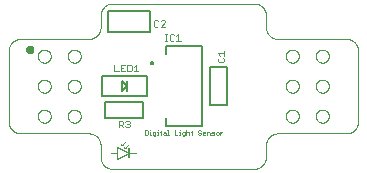
<source format=gto>
G75*
%MOIN*%
%OFA0B0*%
%FSLAX25Y25*%
%IPPOS*%
%LPD*%
%AMOC8*
5,1,8,0,0,1.08239X$1,22.5*
%
%ADD10C,0.00000*%
%ADD11C,0.01600*%
%ADD12C,0.00200*%
%ADD13C,0.00394*%
%ADD14C,0.00591*%
%ADD15C,0.00236*%
%ADD16C,0.00800*%
%ADD17C,0.00787*%
%ADD18C,0.00500*%
D10*
X0045791Y0032012D02*
X0045915Y0032010D01*
X0046038Y0032004D01*
X0046162Y0031995D01*
X0046284Y0031981D01*
X0046407Y0031964D01*
X0046529Y0031942D01*
X0046650Y0031917D01*
X0046770Y0031888D01*
X0046889Y0031856D01*
X0047008Y0031819D01*
X0047125Y0031779D01*
X0047240Y0031736D01*
X0047355Y0031688D01*
X0047467Y0031637D01*
X0047578Y0031583D01*
X0047688Y0031525D01*
X0047795Y0031464D01*
X0047901Y0031399D01*
X0048004Y0031331D01*
X0048105Y0031260D01*
X0048204Y0031186D01*
X0048301Y0031109D01*
X0048395Y0031028D01*
X0048486Y0030945D01*
X0048575Y0030859D01*
X0048661Y0030770D01*
X0048744Y0030679D01*
X0048825Y0030585D01*
X0048902Y0030488D01*
X0048976Y0030389D01*
X0049047Y0030288D01*
X0049115Y0030185D01*
X0049180Y0030079D01*
X0049241Y0029972D01*
X0049299Y0029862D01*
X0049353Y0029751D01*
X0049404Y0029639D01*
X0049452Y0029524D01*
X0049495Y0029409D01*
X0049535Y0029292D01*
X0049572Y0029173D01*
X0049604Y0029054D01*
X0049633Y0028934D01*
X0049658Y0028813D01*
X0049680Y0028691D01*
X0049697Y0028568D01*
X0049711Y0028446D01*
X0049720Y0028322D01*
X0049726Y0028199D01*
X0049728Y0028075D01*
X0049728Y0024138D01*
X0049730Y0024014D01*
X0049736Y0023891D01*
X0049745Y0023767D01*
X0049759Y0023645D01*
X0049776Y0023522D01*
X0049798Y0023400D01*
X0049823Y0023279D01*
X0049852Y0023159D01*
X0049884Y0023040D01*
X0049921Y0022921D01*
X0049961Y0022804D01*
X0050004Y0022689D01*
X0050052Y0022574D01*
X0050103Y0022462D01*
X0050157Y0022351D01*
X0050215Y0022241D01*
X0050276Y0022134D01*
X0050341Y0022028D01*
X0050409Y0021925D01*
X0050480Y0021824D01*
X0050554Y0021725D01*
X0050631Y0021628D01*
X0050712Y0021534D01*
X0050795Y0021443D01*
X0050881Y0021354D01*
X0050970Y0021268D01*
X0051061Y0021185D01*
X0051155Y0021104D01*
X0051252Y0021027D01*
X0051351Y0020953D01*
X0051452Y0020882D01*
X0051555Y0020814D01*
X0051661Y0020749D01*
X0051768Y0020688D01*
X0051878Y0020630D01*
X0051989Y0020576D01*
X0052101Y0020525D01*
X0052216Y0020477D01*
X0052331Y0020434D01*
X0052448Y0020394D01*
X0052567Y0020357D01*
X0052686Y0020325D01*
X0052806Y0020296D01*
X0052927Y0020271D01*
X0053049Y0020249D01*
X0053172Y0020232D01*
X0053294Y0020218D01*
X0053418Y0020209D01*
X0053541Y0020203D01*
X0053665Y0020201D01*
X0100909Y0020201D01*
X0101033Y0020203D01*
X0101156Y0020209D01*
X0101280Y0020218D01*
X0101402Y0020232D01*
X0101525Y0020249D01*
X0101647Y0020271D01*
X0101768Y0020296D01*
X0101888Y0020325D01*
X0102007Y0020357D01*
X0102126Y0020394D01*
X0102243Y0020434D01*
X0102358Y0020477D01*
X0102473Y0020525D01*
X0102585Y0020576D01*
X0102696Y0020630D01*
X0102806Y0020688D01*
X0102913Y0020749D01*
X0103019Y0020814D01*
X0103122Y0020882D01*
X0103223Y0020953D01*
X0103322Y0021027D01*
X0103419Y0021104D01*
X0103513Y0021185D01*
X0103604Y0021268D01*
X0103693Y0021354D01*
X0103779Y0021443D01*
X0103862Y0021534D01*
X0103943Y0021628D01*
X0104020Y0021725D01*
X0104094Y0021824D01*
X0104165Y0021925D01*
X0104233Y0022028D01*
X0104298Y0022134D01*
X0104359Y0022241D01*
X0104417Y0022351D01*
X0104471Y0022462D01*
X0104522Y0022574D01*
X0104570Y0022689D01*
X0104613Y0022804D01*
X0104653Y0022921D01*
X0104690Y0023040D01*
X0104722Y0023159D01*
X0104751Y0023279D01*
X0104776Y0023400D01*
X0104798Y0023522D01*
X0104815Y0023645D01*
X0104829Y0023767D01*
X0104838Y0023891D01*
X0104844Y0024014D01*
X0104846Y0024138D01*
X0104846Y0028075D01*
X0104848Y0028199D01*
X0104854Y0028322D01*
X0104863Y0028446D01*
X0104877Y0028568D01*
X0104894Y0028691D01*
X0104916Y0028813D01*
X0104941Y0028934D01*
X0104970Y0029054D01*
X0105002Y0029173D01*
X0105039Y0029292D01*
X0105079Y0029409D01*
X0105122Y0029524D01*
X0105170Y0029639D01*
X0105221Y0029751D01*
X0105275Y0029862D01*
X0105333Y0029972D01*
X0105394Y0030079D01*
X0105459Y0030185D01*
X0105527Y0030288D01*
X0105598Y0030389D01*
X0105672Y0030488D01*
X0105749Y0030585D01*
X0105830Y0030679D01*
X0105913Y0030770D01*
X0105999Y0030859D01*
X0106088Y0030945D01*
X0106179Y0031028D01*
X0106273Y0031109D01*
X0106370Y0031186D01*
X0106469Y0031260D01*
X0106570Y0031331D01*
X0106673Y0031399D01*
X0106779Y0031464D01*
X0106886Y0031525D01*
X0106996Y0031583D01*
X0107107Y0031637D01*
X0107219Y0031688D01*
X0107334Y0031736D01*
X0107449Y0031779D01*
X0107566Y0031819D01*
X0107685Y0031856D01*
X0107804Y0031888D01*
X0107924Y0031917D01*
X0108045Y0031942D01*
X0108167Y0031964D01*
X0108290Y0031981D01*
X0108412Y0031995D01*
X0108536Y0032004D01*
X0108659Y0032010D01*
X0108783Y0032012D01*
X0131618Y0032012D01*
X0131742Y0032014D01*
X0131865Y0032020D01*
X0131989Y0032029D01*
X0132111Y0032043D01*
X0132234Y0032060D01*
X0132356Y0032082D01*
X0132477Y0032107D01*
X0132597Y0032136D01*
X0132716Y0032168D01*
X0132835Y0032205D01*
X0132952Y0032245D01*
X0133067Y0032288D01*
X0133182Y0032336D01*
X0133294Y0032387D01*
X0133405Y0032441D01*
X0133515Y0032499D01*
X0133622Y0032560D01*
X0133728Y0032625D01*
X0133831Y0032693D01*
X0133932Y0032764D01*
X0134031Y0032838D01*
X0134128Y0032915D01*
X0134222Y0032996D01*
X0134313Y0033079D01*
X0134402Y0033165D01*
X0134488Y0033254D01*
X0134571Y0033345D01*
X0134652Y0033439D01*
X0134729Y0033536D01*
X0134803Y0033635D01*
X0134874Y0033736D01*
X0134942Y0033839D01*
X0135007Y0033945D01*
X0135068Y0034052D01*
X0135126Y0034162D01*
X0135180Y0034273D01*
X0135231Y0034385D01*
X0135279Y0034500D01*
X0135322Y0034615D01*
X0135362Y0034732D01*
X0135399Y0034851D01*
X0135431Y0034970D01*
X0135460Y0035090D01*
X0135485Y0035211D01*
X0135507Y0035333D01*
X0135524Y0035456D01*
X0135538Y0035578D01*
X0135547Y0035702D01*
X0135553Y0035825D01*
X0135555Y0035949D01*
X0135555Y0059571D01*
X0135553Y0059695D01*
X0135547Y0059818D01*
X0135538Y0059942D01*
X0135524Y0060064D01*
X0135507Y0060187D01*
X0135485Y0060309D01*
X0135460Y0060430D01*
X0135431Y0060550D01*
X0135399Y0060669D01*
X0135362Y0060788D01*
X0135322Y0060905D01*
X0135279Y0061020D01*
X0135231Y0061135D01*
X0135180Y0061247D01*
X0135126Y0061358D01*
X0135068Y0061468D01*
X0135007Y0061575D01*
X0134942Y0061681D01*
X0134874Y0061784D01*
X0134803Y0061885D01*
X0134729Y0061984D01*
X0134652Y0062081D01*
X0134571Y0062175D01*
X0134488Y0062266D01*
X0134402Y0062355D01*
X0134313Y0062441D01*
X0134222Y0062524D01*
X0134128Y0062605D01*
X0134031Y0062682D01*
X0133932Y0062756D01*
X0133831Y0062827D01*
X0133728Y0062895D01*
X0133622Y0062960D01*
X0133515Y0063021D01*
X0133405Y0063079D01*
X0133294Y0063133D01*
X0133182Y0063184D01*
X0133067Y0063232D01*
X0132952Y0063275D01*
X0132835Y0063315D01*
X0132716Y0063352D01*
X0132597Y0063384D01*
X0132477Y0063413D01*
X0132356Y0063438D01*
X0132234Y0063460D01*
X0132111Y0063477D01*
X0131989Y0063491D01*
X0131865Y0063500D01*
X0131742Y0063506D01*
X0131618Y0063508D01*
X0108783Y0063508D01*
X0108659Y0063510D01*
X0108536Y0063516D01*
X0108412Y0063525D01*
X0108290Y0063539D01*
X0108167Y0063556D01*
X0108045Y0063578D01*
X0107924Y0063603D01*
X0107804Y0063632D01*
X0107685Y0063664D01*
X0107566Y0063701D01*
X0107449Y0063741D01*
X0107334Y0063784D01*
X0107219Y0063832D01*
X0107107Y0063883D01*
X0106996Y0063937D01*
X0106886Y0063995D01*
X0106779Y0064056D01*
X0106673Y0064121D01*
X0106570Y0064189D01*
X0106469Y0064260D01*
X0106370Y0064334D01*
X0106273Y0064411D01*
X0106179Y0064492D01*
X0106088Y0064575D01*
X0105999Y0064661D01*
X0105913Y0064750D01*
X0105830Y0064841D01*
X0105749Y0064935D01*
X0105672Y0065032D01*
X0105598Y0065131D01*
X0105527Y0065232D01*
X0105459Y0065335D01*
X0105394Y0065441D01*
X0105333Y0065548D01*
X0105275Y0065658D01*
X0105221Y0065769D01*
X0105170Y0065881D01*
X0105122Y0065996D01*
X0105079Y0066111D01*
X0105039Y0066228D01*
X0105002Y0066347D01*
X0104970Y0066466D01*
X0104941Y0066586D01*
X0104916Y0066707D01*
X0104894Y0066829D01*
X0104877Y0066952D01*
X0104863Y0067074D01*
X0104854Y0067198D01*
X0104848Y0067321D01*
X0104846Y0067445D01*
X0104846Y0071382D01*
X0104844Y0071506D01*
X0104838Y0071629D01*
X0104829Y0071753D01*
X0104815Y0071875D01*
X0104798Y0071998D01*
X0104776Y0072120D01*
X0104751Y0072241D01*
X0104722Y0072361D01*
X0104690Y0072480D01*
X0104653Y0072599D01*
X0104613Y0072716D01*
X0104570Y0072831D01*
X0104522Y0072946D01*
X0104471Y0073058D01*
X0104417Y0073169D01*
X0104359Y0073279D01*
X0104298Y0073386D01*
X0104233Y0073492D01*
X0104165Y0073595D01*
X0104094Y0073696D01*
X0104020Y0073795D01*
X0103943Y0073892D01*
X0103862Y0073986D01*
X0103779Y0074077D01*
X0103693Y0074166D01*
X0103604Y0074252D01*
X0103513Y0074335D01*
X0103419Y0074416D01*
X0103322Y0074493D01*
X0103223Y0074567D01*
X0103122Y0074638D01*
X0103019Y0074706D01*
X0102913Y0074771D01*
X0102806Y0074832D01*
X0102696Y0074890D01*
X0102585Y0074944D01*
X0102473Y0074995D01*
X0102358Y0075043D01*
X0102243Y0075086D01*
X0102126Y0075126D01*
X0102007Y0075163D01*
X0101888Y0075195D01*
X0101768Y0075224D01*
X0101647Y0075249D01*
X0101525Y0075271D01*
X0101402Y0075288D01*
X0101280Y0075302D01*
X0101156Y0075311D01*
X0101033Y0075317D01*
X0100909Y0075319D01*
X0053665Y0075319D01*
X0053541Y0075317D01*
X0053418Y0075311D01*
X0053294Y0075302D01*
X0053172Y0075288D01*
X0053049Y0075271D01*
X0052927Y0075249D01*
X0052806Y0075224D01*
X0052686Y0075195D01*
X0052567Y0075163D01*
X0052448Y0075126D01*
X0052331Y0075086D01*
X0052216Y0075043D01*
X0052101Y0074995D01*
X0051989Y0074944D01*
X0051878Y0074890D01*
X0051768Y0074832D01*
X0051661Y0074771D01*
X0051555Y0074706D01*
X0051452Y0074638D01*
X0051351Y0074567D01*
X0051252Y0074493D01*
X0051155Y0074416D01*
X0051061Y0074335D01*
X0050970Y0074252D01*
X0050881Y0074166D01*
X0050795Y0074077D01*
X0050712Y0073986D01*
X0050631Y0073892D01*
X0050554Y0073795D01*
X0050480Y0073696D01*
X0050409Y0073595D01*
X0050341Y0073492D01*
X0050276Y0073386D01*
X0050215Y0073279D01*
X0050157Y0073169D01*
X0050103Y0073058D01*
X0050052Y0072946D01*
X0050004Y0072831D01*
X0049961Y0072716D01*
X0049921Y0072599D01*
X0049884Y0072480D01*
X0049852Y0072361D01*
X0049823Y0072241D01*
X0049798Y0072120D01*
X0049776Y0071998D01*
X0049759Y0071875D01*
X0049745Y0071753D01*
X0049736Y0071629D01*
X0049730Y0071506D01*
X0049728Y0071382D01*
X0049728Y0067445D01*
X0049726Y0067321D01*
X0049720Y0067198D01*
X0049711Y0067074D01*
X0049697Y0066952D01*
X0049680Y0066829D01*
X0049658Y0066707D01*
X0049633Y0066586D01*
X0049604Y0066466D01*
X0049572Y0066347D01*
X0049535Y0066228D01*
X0049495Y0066111D01*
X0049452Y0065996D01*
X0049404Y0065881D01*
X0049353Y0065769D01*
X0049299Y0065658D01*
X0049241Y0065548D01*
X0049180Y0065441D01*
X0049115Y0065335D01*
X0049047Y0065232D01*
X0048976Y0065131D01*
X0048902Y0065032D01*
X0048825Y0064935D01*
X0048744Y0064841D01*
X0048661Y0064750D01*
X0048575Y0064661D01*
X0048486Y0064575D01*
X0048395Y0064492D01*
X0048301Y0064411D01*
X0048204Y0064334D01*
X0048105Y0064260D01*
X0048004Y0064189D01*
X0047901Y0064121D01*
X0047795Y0064056D01*
X0047688Y0063995D01*
X0047578Y0063937D01*
X0047467Y0063883D01*
X0047355Y0063832D01*
X0047240Y0063784D01*
X0047125Y0063741D01*
X0047008Y0063701D01*
X0046889Y0063664D01*
X0046770Y0063632D01*
X0046650Y0063603D01*
X0046529Y0063578D01*
X0046407Y0063556D01*
X0046284Y0063539D01*
X0046162Y0063525D01*
X0046038Y0063516D01*
X0045915Y0063510D01*
X0045791Y0063508D01*
X0023055Y0063508D01*
X0022931Y0063506D01*
X0022808Y0063500D01*
X0022684Y0063491D01*
X0022562Y0063477D01*
X0022439Y0063460D01*
X0022317Y0063438D01*
X0022196Y0063413D01*
X0022076Y0063384D01*
X0021957Y0063352D01*
X0021838Y0063315D01*
X0021721Y0063275D01*
X0021606Y0063232D01*
X0021491Y0063184D01*
X0021379Y0063133D01*
X0021268Y0063079D01*
X0021158Y0063021D01*
X0021051Y0062960D01*
X0020945Y0062895D01*
X0020842Y0062827D01*
X0020741Y0062756D01*
X0020642Y0062682D01*
X0020545Y0062605D01*
X0020451Y0062524D01*
X0020360Y0062441D01*
X0020271Y0062355D01*
X0020185Y0062266D01*
X0020102Y0062175D01*
X0020021Y0062081D01*
X0019944Y0061984D01*
X0019870Y0061885D01*
X0019799Y0061784D01*
X0019731Y0061681D01*
X0019666Y0061575D01*
X0019605Y0061468D01*
X0019547Y0061358D01*
X0019493Y0061247D01*
X0019442Y0061135D01*
X0019394Y0061020D01*
X0019351Y0060905D01*
X0019311Y0060788D01*
X0019274Y0060669D01*
X0019242Y0060550D01*
X0019213Y0060430D01*
X0019188Y0060309D01*
X0019166Y0060187D01*
X0019149Y0060064D01*
X0019135Y0059942D01*
X0019126Y0059818D01*
X0019120Y0059695D01*
X0019118Y0059571D01*
X0019118Y0035949D01*
X0019120Y0035825D01*
X0019126Y0035702D01*
X0019135Y0035578D01*
X0019149Y0035456D01*
X0019166Y0035333D01*
X0019188Y0035211D01*
X0019213Y0035090D01*
X0019242Y0034970D01*
X0019274Y0034851D01*
X0019311Y0034732D01*
X0019351Y0034615D01*
X0019394Y0034500D01*
X0019442Y0034385D01*
X0019493Y0034273D01*
X0019547Y0034162D01*
X0019605Y0034052D01*
X0019666Y0033945D01*
X0019731Y0033839D01*
X0019799Y0033736D01*
X0019870Y0033635D01*
X0019944Y0033536D01*
X0020021Y0033439D01*
X0020102Y0033345D01*
X0020185Y0033254D01*
X0020271Y0033165D01*
X0020360Y0033079D01*
X0020451Y0032996D01*
X0020545Y0032915D01*
X0020642Y0032838D01*
X0020741Y0032764D01*
X0020842Y0032693D01*
X0020945Y0032625D01*
X0021051Y0032560D01*
X0021158Y0032499D01*
X0021268Y0032441D01*
X0021379Y0032387D01*
X0021491Y0032336D01*
X0021606Y0032288D01*
X0021721Y0032245D01*
X0021838Y0032205D01*
X0021957Y0032168D01*
X0022076Y0032136D01*
X0022196Y0032107D01*
X0022317Y0032082D01*
X0022439Y0032060D01*
X0022562Y0032043D01*
X0022684Y0032029D01*
X0022808Y0032020D01*
X0022931Y0032014D01*
X0023055Y0032012D01*
X0045791Y0032012D01*
X0038784Y0037760D02*
X0038786Y0037853D01*
X0038792Y0037945D01*
X0038802Y0038037D01*
X0038816Y0038128D01*
X0038833Y0038219D01*
X0038855Y0038309D01*
X0038880Y0038398D01*
X0038909Y0038486D01*
X0038942Y0038572D01*
X0038979Y0038657D01*
X0039019Y0038741D01*
X0039063Y0038822D01*
X0039110Y0038902D01*
X0039160Y0038980D01*
X0039214Y0039055D01*
X0039271Y0039128D01*
X0039331Y0039198D01*
X0039394Y0039266D01*
X0039460Y0039331D01*
X0039528Y0039393D01*
X0039599Y0039453D01*
X0039673Y0039509D01*
X0039749Y0039562D01*
X0039827Y0039611D01*
X0039907Y0039658D01*
X0039989Y0039700D01*
X0040073Y0039740D01*
X0040158Y0039775D01*
X0040245Y0039807D01*
X0040333Y0039836D01*
X0040422Y0039860D01*
X0040512Y0039881D01*
X0040603Y0039897D01*
X0040695Y0039910D01*
X0040787Y0039919D01*
X0040880Y0039924D01*
X0040972Y0039925D01*
X0041065Y0039922D01*
X0041157Y0039915D01*
X0041249Y0039904D01*
X0041340Y0039889D01*
X0041431Y0039871D01*
X0041521Y0039848D01*
X0041609Y0039822D01*
X0041697Y0039792D01*
X0041783Y0039758D01*
X0041867Y0039721D01*
X0041950Y0039679D01*
X0042031Y0039635D01*
X0042111Y0039587D01*
X0042188Y0039536D01*
X0042262Y0039481D01*
X0042335Y0039423D01*
X0042405Y0039363D01*
X0042472Y0039299D01*
X0042536Y0039233D01*
X0042598Y0039163D01*
X0042656Y0039092D01*
X0042711Y0039018D01*
X0042763Y0038941D01*
X0042812Y0038862D01*
X0042858Y0038782D01*
X0042900Y0038699D01*
X0042938Y0038615D01*
X0042973Y0038529D01*
X0043004Y0038442D01*
X0043031Y0038354D01*
X0043054Y0038264D01*
X0043074Y0038174D01*
X0043090Y0038083D01*
X0043102Y0037991D01*
X0043110Y0037899D01*
X0043114Y0037806D01*
X0043114Y0037714D01*
X0043110Y0037621D01*
X0043102Y0037529D01*
X0043090Y0037437D01*
X0043074Y0037346D01*
X0043054Y0037256D01*
X0043031Y0037166D01*
X0043004Y0037078D01*
X0042973Y0036991D01*
X0042938Y0036905D01*
X0042900Y0036821D01*
X0042858Y0036738D01*
X0042812Y0036658D01*
X0042763Y0036579D01*
X0042711Y0036502D01*
X0042656Y0036428D01*
X0042598Y0036357D01*
X0042536Y0036287D01*
X0042472Y0036221D01*
X0042405Y0036157D01*
X0042335Y0036097D01*
X0042262Y0036039D01*
X0042188Y0035984D01*
X0042111Y0035933D01*
X0042032Y0035885D01*
X0041950Y0035841D01*
X0041867Y0035799D01*
X0041783Y0035762D01*
X0041697Y0035728D01*
X0041609Y0035698D01*
X0041521Y0035672D01*
X0041431Y0035649D01*
X0041340Y0035631D01*
X0041249Y0035616D01*
X0041157Y0035605D01*
X0041065Y0035598D01*
X0040972Y0035595D01*
X0040880Y0035596D01*
X0040787Y0035601D01*
X0040695Y0035610D01*
X0040603Y0035623D01*
X0040512Y0035639D01*
X0040422Y0035660D01*
X0040333Y0035684D01*
X0040245Y0035713D01*
X0040158Y0035745D01*
X0040073Y0035780D01*
X0039989Y0035820D01*
X0039907Y0035862D01*
X0039827Y0035909D01*
X0039749Y0035958D01*
X0039673Y0036011D01*
X0039599Y0036067D01*
X0039528Y0036127D01*
X0039460Y0036189D01*
X0039394Y0036254D01*
X0039331Y0036322D01*
X0039271Y0036392D01*
X0039214Y0036465D01*
X0039160Y0036540D01*
X0039110Y0036618D01*
X0039063Y0036698D01*
X0039019Y0036779D01*
X0038979Y0036863D01*
X0038942Y0036948D01*
X0038909Y0037034D01*
X0038880Y0037122D01*
X0038855Y0037211D01*
X0038833Y0037301D01*
X0038816Y0037392D01*
X0038802Y0037483D01*
X0038792Y0037575D01*
X0038786Y0037667D01*
X0038784Y0037760D01*
X0028784Y0037760D02*
X0028786Y0037853D01*
X0028792Y0037945D01*
X0028802Y0038037D01*
X0028816Y0038128D01*
X0028833Y0038219D01*
X0028855Y0038309D01*
X0028880Y0038398D01*
X0028909Y0038486D01*
X0028942Y0038572D01*
X0028979Y0038657D01*
X0029019Y0038741D01*
X0029063Y0038822D01*
X0029110Y0038902D01*
X0029160Y0038980D01*
X0029214Y0039055D01*
X0029271Y0039128D01*
X0029331Y0039198D01*
X0029394Y0039266D01*
X0029460Y0039331D01*
X0029528Y0039393D01*
X0029599Y0039453D01*
X0029673Y0039509D01*
X0029749Y0039562D01*
X0029827Y0039611D01*
X0029907Y0039658D01*
X0029989Y0039700D01*
X0030073Y0039740D01*
X0030158Y0039775D01*
X0030245Y0039807D01*
X0030333Y0039836D01*
X0030422Y0039860D01*
X0030512Y0039881D01*
X0030603Y0039897D01*
X0030695Y0039910D01*
X0030787Y0039919D01*
X0030880Y0039924D01*
X0030972Y0039925D01*
X0031065Y0039922D01*
X0031157Y0039915D01*
X0031249Y0039904D01*
X0031340Y0039889D01*
X0031431Y0039871D01*
X0031521Y0039848D01*
X0031609Y0039822D01*
X0031697Y0039792D01*
X0031783Y0039758D01*
X0031867Y0039721D01*
X0031950Y0039679D01*
X0032031Y0039635D01*
X0032111Y0039587D01*
X0032188Y0039536D01*
X0032262Y0039481D01*
X0032335Y0039423D01*
X0032405Y0039363D01*
X0032472Y0039299D01*
X0032536Y0039233D01*
X0032598Y0039163D01*
X0032656Y0039092D01*
X0032711Y0039018D01*
X0032763Y0038941D01*
X0032812Y0038862D01*
X0032858Y0038782D01*
X0032900Y0038699D01*
X0032938Y0038615D01*
X0032973Y0038529D01*
X0033004Y0038442D01*
X0033031Y0038354D01*
X0033054Y0038264D01*
X0033074Y0038174D01*
X0033090Y0038083D01*
X0033102Y0037991D01*
X0033110Y0037899D01*
X0033114Y0037806D01*
X0033114Y0037714D01*
X0033110Y0037621D01*
X0033102Y0037529D01*
X0033090Y0037437D01*
X0033074Y0037346D01*
X0033054Y0037256D01*
X0033031Y0037166D01*
X0033004Y0037078D01*
X0032973Y0036991D01*
X0032938Y0036905D01*
X0032900Y0036821D01*
X0032858Y0036738D01*
X0032812Y0036658D01*
X0032763Y0036579D01*
X0032711Y0036502D01*
X0032656Y0036428D01*
X0032598Y0036357D01*
X0032536Y0036287D01*
X0032472Y0036221D01*
X0032405Y0036157D01*
X0032335Y0036097D01*
X0032262Y0036039D01*
X0032188Y0035984D01*
X0032111Y0035933D01*
X0032032Y0035885D01*
X0031950Y0035841D01*
X0031867Y0035799D01*
X0031783Y0035762D01*
X0031697Y0035728D01*
X0031609Y0035698D01*
X0031521Y0035672D01*
X0031431Y0035649D01*
X0031340Y0035631D01*
X0031249Y0035616D01*
X0031157Y0035605D01*
X0031065Y0035598D01*
X0030972Y0035595D01*
X0030880Y0035596D01*
X0030787Y0035601D01*
X0030695Y0035610D01*
X0030603Y0035623D01*
X0030512Y0035639D01*
X0030422Y0035660D01*
X0030333Y0035684D01*
X0030245Y0035713D01*
X0030158Y0035745D01*
X0030073Y0035780D01*
X0029989Y0035820D01*
X0029907Y0035862D01*
X0029827Y0035909D01*
X0029749Y0035958D01*
X0029673Y0036011D01*
X0029599Y0036067D01*
X0029528Y0036127D01*
X0029460Y0036189D01*
X0029394Y0036254D01*
X0029331Y0036322D01*
X0029271Y0036392D01*
X0029214Y0036465D01*
X0029160Y0036540D01*
X0029110Y0036618D01*
X0029063Y0036698D01*
X0029019Y0036779D01*
X0028979Y0036863D01*
X0028942Y0036948D01*
X0028909Y0037034D01*
X0028880Y0037122D01*
X0028855Y0037211D01*
X0028833Y0037301D01*
X0028816Y0037392D01*
X0028802Y0037483D01*
X0028792Y0037575D01*
X0028786Y0037667D01*
X0028784Y0037760D01*
X0028784Y0047760D02*
X0028786Y0047853D01*
X0028792Y0047945D01*
X0028802Y0048037D01*
X0028816Y0048128D01*
X0028833Y0048219D01*
X0028855Y0048309D01*
X0028880Y0048398D01*
X0028909Y0048486D01*
X0028942Y0048572D01*
X0028979Y0048657D01*
X0029019Y0048741D01*
X0029063Y0048822D01*
X0029110Y0048902D01*
X0029160Y0048980D01*
X0029214Y0049055D01*
X0029271Y0049128D01*
X0029331Y0049198D01*
X0029394Y0049266D01*
X0029460Y0049331D01*
X0029528Y0049393D01*
X0029599Y0049453D01*
X0029673Y0049509D01*
X0029749Y0049562D01*
X0029827Y0049611D01*
X0029907Y0049658D01*
X0029989Y0049700D01*
X0030073Y0049740D01*
X0030158Y0049775D01*
X0030245Y0049807D01*
X0030333Y0049836D01*
X0030422Y0049860D01*
X0030512Y0049881D01*
X0030603Y0049897D01*
X0030695Y0049910D01*
X0030787Y0049919D01*
X0030880Y0049924D01*
X0030972Y0049925D01*
X0031065Y0049922D01*
X0031157Y0049915D01*
X0031249Y0049904D01*
X0031340Y0049889D01*
X0031431Y0049871D01*
X0031521Y0049848D01*
X0031609Y0049822D01*
X0031697Y0049792D01*
X0031783Y0049758D01*
X0031867Y0049721D01*
X0031950Y0049679D01*
X0032031Y0049635D01*
X0032111Y0049587D01*
X0032188Y0049536D01*
X0032262Y0049481D01*
X0032335Y0049423D01*
X0032405Y0049363D01*
X0032472Y0049299D01*
X0032536Y0049233D01*
X0032598Y0049163D01*
X0032656Y0049092D01*
X0032711Y0049018D01*
X0032763Y0048941D01*
X0032812Y0048862D01*
X0032858Y0048782D01*
X0032900Y0048699D01*
X0032938Y0048615D01*
X0032973Y0048529D01*
X0033004Y0048442D01*
X0033031Y0048354D01*
X0033054Y0048264D01*
X0033074Y0048174D01*
X0033090Y0048083D01*
X0033102Y0047991D01*
X0033110Y0047899D01*
X0033114Y0047806D01*
X0033114Y0047714D01*
X0033110Y0047621D01*
X0033102Y0047529D01*
X0033090Y0047437D01*
X0033074Y0047346D01*
X0033054Y0047256D01*
X0033031Y0047166D01*
X0033004Y0047078D01*
X0032973Y0046991D01*
X0032938Y0046905D01*
X0032900Y0046821D01*
X0032858Y0046738D01*
X0032812Y0046658D01*
X0032763Y0046579D01*
X0032711Y0046502D01*
X0032656Y0046428D01*
X0032598Y0046357D01*
X0032536Y0046287D01*
X0032472Y0046221D01*
X0032405Y0046157D01*
X0032335Y0046097D01*
X0032262Y0046039D01*
X0032188Y0045984D01*
X0032111Y0045933D01*
X0032032Y0045885D01*
X0031950Y0045841D01*
X0031867Y0045799D01*
X0031783Y0045762D01*
X0031697Y0045728D01*
X0031609Y0045698D01*
X0031521Y0045672D01*
X0031431Y0045649D01*
X0031340Y0045631D01*
X0031249Y0045616D01*
X0031157Y0045605D01*
X0031065Y0045598D01*
X0030972Y0045595D01*
X0030880Y0045596D01*
X0030787Y0045601D01*
X0030695Y0045610D01*
X0030603Y0045623D01*
X0030512Y0045639D01*
X0030422Y0045660D01*
X0030333Y0045684D01*
X0030245Y0045713D01*
X0030158Y0045745D01*
X0030073Y0045780D01*
X0029989Y0045820D01*
X0029907Y0045862D01*
X0029827Y0045909D01*
X0029749Y0045958D01*
X0029673Y0046011D01*
X0029599Y0046067D01*
X0029528Y0046127D01*
X0029460Y0046189D01*
X0029394Y0046254D01*
X0029331Y0046322D01*
X0029271Y0046392D01*
X0029214Y0046465D01*
X0029160Y0046540D01*
X0029110Y0046618D01*
X0029063Y0046698D01*
X0029019Y0046779D01*
X0028979Y0046863D01*
X0028942Y0046948D01*
X0028909Y0047034D01*
X0028880Y0047122D01*
X0028855Y0047211D01*
X0028833Y0047301D01*
X0028816Y0047392D01*
X0028802Y0047483D01*
X0028792Y0047575D01*
X0028786Y0047667D01*
X0028784Y0047760D01*
X0038784Y0047760D02*
X0038786Y0047853D01*
X0038792Y0047945D01*
X0038802Y0048037D01*
X0038816Y0048128D01*
X0038833Y0048219D01*
X0038855Y0048309D01*
X0038880Y0048398D01*
X0038909Y0048486D01*
X0038942Y0048572D01*
X0038979Y0048657D01*
X0039019Y0048741D01*
X0039063Y0048822D01*
X0039110Y0048902D01*
X0039160Y0048980D01*
X0039214Y0049055D01*
X0039271Y0049128D01*
X0039331Y0049198D01*
X0039394Y0049266D01*
X0039460Y0049331D01*
X0039528Y0049393D01*
X0039599Y0049453D01*
X0039673Y0049509D01*
X0039749Y0049562D01*
X0039827Y0049611D01*
X0039907Y0049658D01*
X0039989Y0049700D01*
X0040073Y0049740D01*
X0040158Y0049775D01*
X0040245Y0049807D01*
X0040333Y0049836D01*
X0040422Y0049860D01*
X0040512Y0049881D01*
X0040603Y0049897D01*
X0040695Y0049910D01*
X0040787Y0049919D01*
X0040880Y0049924D01*
X0040972Y0049925D01*
X0041065Y0049922D01*
X0041157Y0049915D01*
X0041249Y0049904D01*
X0041340Y0049889D01*
X0041431Y0049871D01*
X0041521Y0049848D01*
X0041609Y0049822D01*
X0041697Y0049792D01*
X0041783Y0049758D01*
X0041867Y0049721D01*
X0041950Y0049679D01*
X0042031Y0049635D01*
X0042111Y0049587D01*
X0042188Y0049536D01*
X0042262Y0049481D01*
X0042335Y0049423D01*
X0042405Y0049363D01*
X0042472Y0049299D01*
X0042536Y0049233D01*
X0042598Y0049163D01*
X0042656Y0049092D01*
X0042711Y0049018D01*
X0042763Y0048941D01*
X0042812Y0048862D01*
X0042858Y0048782D01*
X0042900Y0048699D01*
X0042938Y0048615D01*
X0042973Y0048529D01*
X0043004Y0048442D01*
X0043031Y0048354D01*
X0043054Y0048264D01*
X0043074Y0048174D01*
X0043090Y0048083D01*
X0043102Y0047991D01*
X0043110Y0047899D01*
X0043114Y0047806D01*
X0043114Y0047714D01*
X0043110Y0047621D01*
X0043102Y0047529D01*
X0043090Y0047437D01*
X0043074Y0047346D01*
X0043054Y0047256D01*
X0043031Y0047166D01*
X0043004Y0047078D01*
X0042973Y0046991D01*
X0042938Y0046905D01*
X0042900Y0046821D01*
X0042858Y0046738D01*
X0042812Y0046658D01*
X0042763Y0046579D01*
X0042711Y0046502D01*
X0042656Y0046428D01*
X0042598Y0046357D01*
X0042536Y0046287D01*
X0042472Y0046221D01*
X0042405Y0046157D01*
X0042335Y0046097D01*
X0042262Y0046039D01*
X0042188Y0045984D01*
X0042111Y0045933D01*
X0042032Y0045885D01*
X0041950Y0045841D01*
X0041867Y0045799D01*
X0041783Y0045762D01*
X0041697Y0045728D01*
X0041609Y0045698D01*
X0041521Y0045672D01*
X0041431Y0045649D01*
X0041340Y0045631D01*
X0041249Y0045616D01*
X0041157Y0045605D01*
X0041065Y0045598D01*
X0040972Y0045595D01*
X0040880Y0045596D01*
X0040787Y0045601D01*
X0040695Y0045610D01*
X0040603Y0045623D01*
X0040512Y0045639D01*
X0040422Y0045660D01*
X0040333Y0045684D01*
X0040245Y0045713D01*
X0040158Y0045745D01*
X0040073Y0045780D01*
X0039989Y0045820D01*
X0039907Y0045862D01*
X0039827Y0045909D01*
X0039749Y0045958D01*
X0039673Y0046011D01*
X0039599Y0046067D01*
X0039528Y0046127D01*
X0039460Y0046189D01*
X0039394Y0046254D01*
X0039331Y0046322D01*
X0039271Y0046392D01*
X0039214Y0046465D01*
X0039160Y0046540D01*
X0039110Y0046618D01*
X0039063Y0046698D01*
X0039019Y0046779D01*
X0038979Y0046863D01*
X0038942Y0046948D01*
X0038909Y0047034D01*
X0038880Y0047122D01*
X0038855Y0047211D01*
X0038833Y0047301D01*
X0038816Y0047392D01*
X0038802Y0047483D01*
X0038792Y0047575D01*
X0038786Y0047667D01*
X0038784Y0047760D01*
X0038784Y0057760D02*
X0038786Y0057853D01*
X0038792Y0057945D01*
X0038802Y0058037D01*
X0038816Y0058128D01*
X0038833Y0058219D01*
X0038855Y0058309D01*
X0038880Y0058398D01*
X0038909Y0058486D01*
X0038942Y0058572D01*
X0038979Y0058657D01*
X0039019Y0058741D01*
X0039063Y0058822D01*
X0039110Y0058902D01*
X0039160Y0058980D01*
X0039214Y0059055D01*
X0039271Y0059128D01*
X0039331Y0059198D01*
X0039394Y0059266D01*
X0039460Y0059331D01*
X0039528Y0059393D01*
X0039599Y0059453D01*
X0039673Y0059509D01*
X0039749Y0059562D01*
X0039827Y0059611D01*
X0039907Y0059658D01*
X0039989Y0059700D01*
X0040073Y0059740D01*
X0040158Y0059775D01*
X0040245Y0059807D01*
X0040333Y0059836D01*
X0040422Y0059860D01*
X0040512Y0059881D01*
X0040603Y0059897D01*
X0040695Y0059910D01*
X0040787Y0059919D01*
X0040880Y0059924D01*
X0040972Y0059925D01*
X0041065Y0059922D01*
X0041157Y0059915D01*
X0041249Y0059904D01*
X0041340Y0059889D01*
X0041431Y0059871D01*
X0041521Y0059848D01*
X0041609Y0059822D01*
X0041697Y0059792D01*
X0041783Y0059758D01*
X0041867Y0059721D01*
X0041950Y0059679D01*
X0042031Y0059635D01*
X0042111Y0059587D01*
X0042188Y0059536D01*
X0042262Y0059481D01*
X0042335Y0059423D01*
X0042405Y0059363D01*
X0042472Y0059299D01*
X0042536Y0059233D01*
X0042598Y0059163D01*
X0042656Y0059092D01*
X0042711Y0059018D01*
X0042763Y0058941D01*
X0042812Y0058862D01*
X0042858Y0058782D01*
X0042900Y0058699D01*
X0042938Y0058615D01*
X0042973Y0058529D01*
X0043004Y0058442D01*
X0043031Y0058354D01*
X0043054Y0058264D01*
X0043074Y0058174D01*
X0043090Y0058083D01*
X0043102Y0057991D01*
X0043110Y0057899D01*
X0043114Y0057806D01*
X0043114Y0057714D01*
X0043110Y0057621D01*
X0043102Y0057529D01*
X0043090Y0057437D01*
X0043074Y0057346D01*
X0043054Y0057256D01*
X0043031Y0057166D01*
X0043004Y0057078D01*
X0042973Y0056991D01*
X0042938Y0056905D01*
X0042900Y0056821D01*
X0042858Y0056738D01*
X0042812Y0056658D01*
X0042763Y0056579D01*
X0042711Y0056502D01*
X0042656Y0056428D01*
X0042598Y0056357D01*
X0042536Y0056287D01*
X0042472Y0056221D01*
X0042405Y0056157D01*
X0042335Y0056097D01*
X0042262Y0056039D01*
X0042188Y0055984D01*
X0042111Y0055933D01*
X0042032Y0055885D01*
X0041950Y0055841D01*
X0041867Y0055799D01*
X0041783Y0055762D01*
X0041697Y0055728D01*
X0041609Y0055698D01*
X0041521Y0055672D01*
X0041431Y0055649D01*
X0041340Y0055631D01*
X0041249Y0055616D01*
X0041157Y0055605D01*
X0041065Y0055598D01*
X0040972Y0055595D01*
X0040880Y0055596D01*
X0040787Y0055601D01*
X0040695Y0055610D01*
X0040603Y0055623D01*
X0040512Y0055639D01*
X0040422Y0055660D01*
X0040333Y0055684D01*
X0040245Y0055713D01*
X0040158Y0055745D01*
X0040073Y0055780D01*
X0039989Y0055820D01*
X0039907Y0055862D01*
X0039827Y0055909D01*
X0039749Y0055958D01*
X0039673Y0056011D01*
X0039599Y0056067D01*
X0039528Y0056127D01*
X0039460Y0056189D01*
X0039394Y0056254D01*
X0039331Y0056322D01*
X0039271Y0056392D01*
X0039214Y0056465D01*
X0039160Y0056540D01*
X0039110Y0056618D01*
X0039063Y0056698D01*
X0039019Y0056779D01*
X0038979Y0056863D01*
X0038942Y0056948D01*
X0038909Y0057034D01*
X0038880Y0057122D01*
X0038855Y0057211D01*
X0038833Y0057301D01*
X0038816Y0057392D01*
X0038802Y0057483D01*
X0038792Y0057575D01*
X0038786Y0057667D01*
X0038784Y0057760D01*
X0028784Y0057760D02*
X0028786Y0057853D01*
X0028792Y0057945D01*
X0028802Y0058037D01*
X0028816Y0058128D01*
X0028833Y0058219D01*
X0028855Y0058309D01*
X0028880Y0058398D01*
X0028909Y0058486D01*
X0028942Y0058572D01*
X0028979Y0058657D01*
X0029019Y0058741D01*
X0029063Y0058822D01*
X0029110Y0058902D01*
X0029160Y0058980D01*
X0029214Y0059055D01*
X0029271Y0059128D01*
X0029331Y0059198D01*
X0029394Y0059266D01*
X0029460Y0059331D01*
X0029528Y0059393D01*
X0029599Y0059453D01*
X0029673Y0059509D01*
X0029749Y0059562D01*
X0029827Y0059611D01*
X0029907Y0059658D01*
X0029989Y0059700D01*
X0030073Y0059740D01*
X0030158Y0059775D01*
X0030245Y0059807D01*
X0030333Y0059836D01*
X0030422Y0059860D01*
X0030512Y0059881D01*
X0030603Y0059897D01*
X0030695Y0059910D01*
X0030787Y0059919D01*
X0030880Y0059924D01*
X0030972Y0059925D01*
X0031065Y0059922D01*
X0031157Y0059915D01*
X0031249Y0059904D01*
X0031340Y0059889D01*
X0031431Y0059871D01*
X0031521Y0059848D01*
X0031609Y0059822D01*
X0031697Y0059792D01*
X0031783Y0059758D01*
X0031867Y0059721D01*
X0031950Y0059679D01*
X0032031Y0059635D01*
X0032111Y0059587D01*
X0032188Y0059536D01*
X0032262Y0059481D01*
X0032335Y0059423D01*
X0032405Y0059363D01*
X0032472Y0059299D01*
X0032536Y0059233D01*
X0032598Y0059163D01*
X0032656Y0059092D01*
X0032711Y0059018D01*
X0032763Y0058941D01*
X0032812Y0058862D01*
X0032858Y0058782D01*
X0032900Y0058699D01*
X0032938Y0058615D01*
X0032973Y0058529D01*
X0033004Y0058442D01*
X0033031Y0058354D01*
X0033054Y0058264D01*
X0033074Y0058174D01*
X0033090Y0058083D01*
X0033102Y0057991D01*
X0033110Y0057899D01*
X0033114Y0057806D01*
X0033114Y0057714D01*
X0033110Y0057621D01*
X0033102Y0057529D01*
X0033090Y0057437D01*
X0033074Y0057346D01*
X0033054Y0057256D01*
X0033031Y0057166D01*
X0033004Y0057078D01*
X0032973Y0056991D01*
X0032938Y0056905D01*
X0032900Y0056821D01*
X0032858Y0056738D01*
X0032812Y0056658D01*
X0032763Y0056579D01*
X0032711Y0056502D01*
X0032656Y0056428D01*
X0032598Y0056357D01*
X0032536Y0056287D01*
X0032472Y0056221D01*
X0032405Y0056157D01*
X0032335Y0056097D01*
X0032262Y0056039D01*
X0032188Y0055984D01*
X0032111Y0055933D01*
X0032032Y0055885D01*
X0031950Y0055841D01*
X0031867Y0055799D01*
X0031783Y0055762D01*
X0031697Y0055728D01*
X0031609Y0055698D01*
X0031521Y0055672D01*
X0031431Y0055649D01*
X0031340Y0055631D01*
X0031249Y0055616D01*
X0031157Y0055605D01*
X0031065Y0055598D01*
X0030972Y0055595D01*
X0030880Y0055596D01*
X0030787Y0055601D01*
X0030695Y0055610D01*
X0030603Y0055623D01*
X0030512Y0055639D01*
X0030422Y0055660D01*
X0030333Y0055684D01*
X0030245Y0055713D01*
X0030158Y0055745D01*
X0030073Y0055780D01*
X0029989Y0055820D01*
X0029907Y0055862D01*
X0029827Y0055909D01*
X0029749Y0055958D01*
X0029673Y0056011D01*
X0029599Y0056067D01*
X0029528Y0056127D01*
X0029460Y0056189D01*
X0029394Y0056254D01*
X0029331Y0056322D01*
X0029271Y0056392D01*
X0029214Y0056465D01*
X0029160Y0056540D01*
X0029110Y0056618D01*
X0029063Y0056698D01*
X0029019Y0056779D01*
X0028979Y0056863D01*
X0028942Y0056948D01*
X0028909Y0057034D01*
X0028880Y0057122D01*
X0028855Y0057211D01*
X0028833Y0057301D01*
X0028816Y0057392D01*
X0028802Y0057483D01*
X0028792Y0057575D01*
X0028786Y0057667D01*
X0028784Y0057760D01*
X0111461Y0057760D02*
X0111463Y0057853D01*
X0111469Y0057945D01*
X0111479Y0058037D01*
X0111493Y0058128D01*
X0111510Y0058219D01*
X0111532Y0058309D01*
X0111557Y0058398D01*
X0111586Y0058486D01*
X0111619Y0058572D01*
X0111656Y0058657D01*
X0111696Y0058741D01*
X0111740Y0058822D01*
X0111787Y0058902D01*
X0111837Y0058980D01*
X0111891Y0059055D01*
X0111948Y0059128D01*
X0112008Y0059198D01*
X0112071Y0059266D01*
X0112137Y0059331D01*
X0112205Y0059393D01*
X0112276Y0059453D01*
X0112350Y0059509D01*
X0112426Y0059562D01*
X0112504Y0059611D01*
X0112584Y0059658D01*
X0112666Y0059700D01*
X0112750Y0059740D01*
X0112835Y0059775D01*
X0112922Y0059807D01*
X0113010Y0059836D01*
X0113099Y0059860D01*
X0113189Y0059881D01*
X0113280Y0059897D01*
X0113372Y0059910D01*
X0113464Y0059919D01*
X0113557Y0059924D01*
X0113649Y0059925D01*
X0113742Y0059922D01*
X0113834Y0059915D01*
X0113926Y0059904D01*
X0114017Y0059889D01*
X0114108Y0059871D01*
X0114198Y0059848D01*
X0114286Y0059822D01*
X0114374Y0059792D01*
X0114460Y0059758D01*
X0114544Y0059721D01*
X0114627Y0059679D01*
X0114708Y0059635D01*
X0114788Y0059587D01*
X0114865Y0059536D01*
X0114939Y0059481D01*
X0115012Y0059423D01*
X0115082Y0059363D01*
X0115149Y0059299D01*
X0115213Y0059233D01*
X0115275Y0059163D01*
X0115333Y0059092D01*
X0115388Y0059018D01*
X0115440Y0058941D01*
X0115489Y0058862D01*
X0115535Y0058782D01*
X0115577Y0058699D01*
X0115615Y0058615D01*
X0115650Y0058529D01*
X0115681Y0058442D01*
X0115708Y0058354D01*
X0115731Y0058264D01*
X0115751Y0058174D01*
X0115767Y0058083D01*
X0115779Y0057991D01*
X0115787Y0057899D01*
X0115791Y0057806D01*
X0115791Y0057714D01*
X0115787Y0057621D01*
X0115779Y0057529D01*
X0115767Y0057437D01*
X0115751Y0057346D01*
X0115731Y0057256D01*
X0115708Y0057166D01*
X0115681Y0057078D01*
X0115650Y0056991D01*
X0115615Y0056905D01*
X0115577Y0056821D01*
X0115535Y0056738D01*
X0115489Y0056658D01*
X0115440Y0056579D01*
X0115388Y0056502D01*
X0115333Y0056428D01*
X0115275Y0056357D01*
X0115213Y0056287D01*
X0115149Y0056221D01*
X0115082Y0056157D01*
X0115012Y0056097D01*
X0114939Y0056039D01*
X0114865Y0055984D01*
X0114788Y0055933D01*
X0114709Y0055885D01*
X0114627Y0055841D01*
X0114544Y0055799D01*
X0114460Y0055762D01*
X0114374Y0055728D01*
X0114286Y0055698D01*
X0114198Y0055672D01*
X0114108Y0055649D01*
X0114017Y0055631D01*
X0113926Y0055616D01*
X0113834Y0055605D01*
X0113742Y0055598D01*
X0113649Y0055595D01*
X0113557Y0055596D01*
X0113464Y0055601D01*
X0113372Y0055610D01*
X0113280Y0055623D01*
X0113189Y0055639D01*
X0113099Y0055660D01*
X0113010Y0055684D01*
X0112922Y0055713D01*
X0112835Y0055745D01*
X0112750Y0055780D01*
X0112666Y0055820D01*
X0112584Y0055862D01*
X0112504Y0055909D01*
X0112426Y0055958D01*
X0112350Y0056011D01*
X0112276Y0056067D01*
X0112205Y0056127D01*
X0112137Y0056189D01*
X0112071Y0056254D01*
X0112008Y0056322D01*
X0111948Y0056392D01*
X0111891Y0056465D01*
X0111837Y0056540D01*
X0111787Y0056618D01*
X0111740Y0056698D01*
X0111696Y0056779D01*
X0111656Y0056863D01*
X0111619Y0056948D01*
X0111586Y0057034D01*
X0111557Y0057122D01*
X0111532Y0057211D01*
X0111510Y0057301D01*
X0111493Y0057392D01*
X0111479Y0057483D01*
X0111469Y0057575D01*
X0111463Y0057667D01*
X0111461Y0057760D01*
X0121461Y0057760D02*
X0121463Y0057853D01*
X0121469Y0057945D01*
X0121479Y0058037D01*
X0121493Y0058128D01*
X0121510Y0058219D01*
X0121532Y0058309D01*
X0121557Y0058398D01*
X0121586Y0058486D01*
X0121619Y0058572D01*
X0121656Y0058657D01*
X0121696Y0058741D01*
X0121740Y0058822D01*
X0121787Y0058902D01*
X0121837Y0058980D01*
X0121891Y0059055D01*
X0121948Y0059128D01*
X0122008Y0059198D01*
X0122071Y0059266D01*
X0122137Y0059331D01*
X0122205Y0059393D01*
X0122276Y0059453D01*
X0122350Y0059509D01*
X0122426Y0059562D01*
X0122504Y0059611D01*
X0122584Y0059658D01*
X0122666Y0059700D01*
X0122750Y0059740D01*
X0122835Y0059775D01*
X0122922Y0059807D01*
X0123010Y0059836D01*
X0123099Y0059860D01*
X0123189Y0059881D01*
X0123280Y0059897D01*
X0123372Y0059910D01*
X0123464Y0059919D01*
X0123557Y0059924D01*
X0123649Y0059925D01*
X0123742Y0059922D01*
X0123834Y0059915D01*
X0123926Y0059904D01*
X0124017Y0059889D01*
X0124108Y0059871D01*
X0124198Y0059848D01*
X0124286Y0059822D01*
X0124374Y0059792D01*
X0124460Y0059758D01*
X0124544Y0059721D01*
X0124627Y0059679D01*
X0124708Y0059635D01*
X0124788Y0059587D01*
X0124865Y0059536D01*
X0124939Y0059481D01*
X0125012Y0059423D01*
X0125082Y0059363D01*
X0125149Y0059299D01*
X0125213Y0059233D01*
X0125275Y0059163D01*
X0125333Y0059092D01*
X0125388Y0059018D01*
X0125440Y0058941D01*
X0125489Y0058862D01*
X0125535Y0058782D01*
X0125577Y0058699D01*
X0125615Y0058615D01*
X0125650Y0058529D01*
X0125681Y0058442D01*
X0125708Y0058354D01*
X0125731Y0058264D01*
X0125751Y0058174D01*
X0125767Y0058083D01*
X0125779Y0057991D01*
X0125787Y0057899D01*
X0125791Y0057806D01*
X0125791Y0057714D01*
X0125787Y0057621D01*
X0125779Y0057529D01*
X0125767Y0057437D01*
X0125751Y0057346D01*
X0125731Y0057256D01*
X0125708Y0057166D01*
X0125681Y0057078D01*
X0125650Y0056991D01*
X0125615Y0056905D01*
X0125577Y0056821D01*
X0125535Y0056738D01*
X0125489Y0056658D01*
X0125440Y0056579D01*
X0125388Y0056502D01*
X0125333Y0056428D01*
X0125275Y0056357D01*
X0125213Y0056287D01*
X0125149Y0056221D01*
X0125082Y0056157D01*
X0125012Y0056097D01*
X0124939Y0056039D01*
X0124865Y0055984D01*
X0124788Y0055933D01*
X0124709Y0055885D01*
X0124627Y0055841D01*
X0124544Y0055799D01*
X0124460Y0055762D01*
X0124374Y0055728D01*
X0124286Y0055698D01*
X0124198Y0055672D01*
X0124108Y0055649D01*
X0124017Y0055631D01*
X0123926Y0055616D01*
X0123834Y0055605D01*
X0123742Y0055598D01*
X0123649Y0055595D01*
X0123557Y0055596D01*
X0123464Y0055601D01*
X0123372Y0055610D01*
X0123280Y0055623D01*
X0123189Y0055639D01*
X0123099Y0055660D01*
X0123010Y0055684D01*
X0122922Y0055713D01*
X0122835Y0055745D01*
X0122750Y0055780D01*
X0122666Y0055820D01*
X0122584Y0055862D01*
X0122504Y0055909D01*
X0122426Y0055958D01*
X0122350Y0056011D01*
X0122276Y0056067D01*
X0122205Y0056127D01*
X0122137Y0056189D01*
X0122071Y0056254D01*
X0122008Y0056322D01*
X0121948Y0056392D01*
X0121891Y0056465D01*
X0121837Y0056540D01*
X0121787Y0056618D01*
X0121740Y0056698D01*
X0121696Y0056779D01*
X0121656Y0056863D01*
X0121619Y0056948D01*
X0121586Y0057034D01*
X0121557Y0057122D01*
X0121532Y0057211D01*
X0121510Y0057301D01*
X0121493Y0057392D01*
X0121479Y0057483D01*
X0121469Y0057575D01*
X0121463Y0057667D01*
X0121461Y0057760D01*
X0121461Y0047760D02*
X0121463Y0047853D01*
X0121469Y0047945D01*
X0121479Y0048037D01*
X0121493Y0048128D01*
X0121510Y0048219D01*
X0121532Y0048309D01*
X0121557Y0048398D01*
X0121586Y0048486D01*
X0121619Y0048572D01*
X0121656Y0048657D01*
X0121696Y0048741D01*
X0121740Y0048822D01*
X0121787Y0048902D01*
X0121837Y0048980D01*
X0121891Y0049055D01*
X0121948Y0049128D01*
X0122008Y0049198D01*
X0122071Y0049266D01*
X0122137Y0049331D01*
X0122205Y0049393D01*
X0122276Y0049453D01*
X0122350Y0049509D01*
X0122426Y0049562D01*
X0122504Y0049611D01*
X0122584Y0049658D01*
X0122666Y0049700D01*
X0122750Y0049740D01*
X0122835Y0049775D01*
X0122922Y0049807D01*
X0123010Y0049836D01*
X0123099Y0049860D01*
X0123189Y0049881D01*
X0123280Y0049897D01*
X0123372Y0049910D01*
X0123464Y0049919D01*
X0123557Y0049924D01*
X0123649Y0049925D01*
X0123742Y0049922D01*
X0123834Y0049915D01*
X0123926Y0049904D01*
X0124017Y0049889D01*
X0124108Y0049871D01*
X0124198Y0049848D01*
X0124286Y0049822D01*
X0124374Y0049792D01*
X0124460Y0049758D01*
X0124544Y0049721D01*
X0124627Y0049679D01*
X0124708Y0049635D01*
X0124788Y0049587D01*
X0124865Y0049536D01*
X0124939Y0049481D01*
X0125012Y0049423D01*
X0125082Y0049363D01*
X0125149Y0049299D01*
X0125213Y0049233D01*
X0125275Y0049163D01*
X0125333Y0049092D01*
X0125388Y0049018D01*
X0125440Y0048941D01*
X0125489Y0048862D01*
X0125535Y0048782D01*
X0125577Y0048699D01*
X0125615Y0048615D01*
X0125650Y0048529D01*
X0125681Y0048442D01*
X0125708Y0048354D01*
X0125731Y0048264D01*
X0125751Y0048174D01*
X0125767Y0048083D01*
X0125779Y0047991D01*
X0125787Y0047899D01*
X0125791Y0047806D01*
X0125791Y0047714D01*
X0125787Y0047621D01*
X0125779Y0047529D01*
X0125767Y0047437D01*
X0125751Y0047346D01*
X0125731Y0047256D01*
X0125708Y0047166D01*
X0125681Y0047078D01*
X0125650Y0046991D01*
X0125615Y0046905D01*
X0125577Y0046821D01*
X0125535Y0046738D01*
X0125489Y0046658D01*
X0125440Y0046579D01*
X0125388Y0046502D01*
X0125333Y0046428D01*
X0125275Y0046357D01*
X0125213Y0046287D01*
X0125149Y0046221D01*
X0125082Y0046157D01*
X0125012Y0046097D01*
X0124939Y0046039D01*
X0124865Y0045984D01*
X0124788Y0045933D01*
X0124709Y0045885D01*
X0124627Y0045841D01*
X0124544Y0045799D01*
X0124460Y0045762D01*
X0124374Y0045728D01*
X0124286Y0045698D01*
X0124198Y0045672D01*
X0124108Y0045649D01*
X0124017Y0045631D01*
X0123926Y0045616D01*
X0123834Y0045605D01*
X0123742Y0045598D01*
X0123649Y0045595D01*
X0123557Y0045596D01*
X0123464Y0045601D01*
X0123372Y0045610D01*
X0123280Y0045623D01*
X0123189Y0045639D01*
X0123099Y0045660D01*
X0123010Y0045684D01*
X0122922Y0045713D01*
X0122835Y0045745D01*
X0122750Y0045780D01*
X0122666Y0045820D01*
X0122584Y0045862D01*
X0122504Y0045909D01*
X0122426Y0045958D01*
X0122350Y0046011D01*
X0122276Y0046067D01*
X0122205Y0046127D01*
X0122137Y0046189D01*
X0122071Y0046254D01*
X0122008Y0046322D01*
X0121948Y0046392D01*
X0121891Y0046465D01*
X0121837Y0046540D01*
X0121787Y0046618D01*
X0121740Y0046698D01*
X0121696Y0046779D01*
X0121656Y0046863D01*
X0121619Y0046948D01*
X0121586Y0047034D01*
X0121557Y0047122D01*
X0121532Y0047211D01*
X0121510Y0047301D01*
X0121493Y0047392D01*
X0121479Y0047483D01*
X0121469Y0047575D01*
X0121463Y0047667D01*
X0121461Y0047760D01*
X0111461Y0047760D02*
X0111463Y0047853D01*
X0111469Y0047945D01*
X0111479Y0048037D01*
X0111493Y0048128D01*
X0111510Y0048219D01*
X0111532Y0048309D01*
X0111557Y0048398D01*
X0111586Y0048486D01*
X0111619Y0048572D01*
X0111656Y0048657D01*
X0111696Y0048741D01*
X0111740Y0048822D01*
X0111787Y0048902D01*
X0111837Y0048980D01*
X0111891Y0049055D01*
X0111948Y0049128D01*
X0112008Y0049198D01*
X0112071Y0049266D01*
X0112137Y0049331D01*
X0112205Y0049393D01*
X0112276Y0049453D01*
X0112350Y0049509D01*
X0112426Y0049562D01*
X0112504Y0049611D01*
X0112584Y0049658D01*
X0112666Y0049700D01*
X0112750Y0049740D01*
X0112835Y0049775D01*
X0112922Y0049807D01*
X0113010Y0049836D01*
X0113099Y0049860D01*
X0113189Y0049881D01*
X0113280Y0049897D01*
X0113372Y0049910D01*
X0113464Y0049919D01*
X0113557Y0049924D01*
X0113649Y0049925D01*
X0113742Y0049922D01*
X0113834Y0049915D01*
X0113926Y0049904D01*
X0114017Y0049889D01*
X0114108Y0049871D01*
X0114198Y0049848D01*
X0114286Y0049822D01*
X0114374Y0049792D01*
X0114460Y0049758D01*
X0114544Y0049721D01*
X0114627Y0049679D01*
X0114708Y0049635D01*
X0114788Y0049587D01*
X0114865Y0049536D01*
X0114939Y0049481D01*
X0115012Y0049423D01*
X0115082Y0049363D01*
X0115149Y0049299D01*
X0115213Y0049233D01*
X0115275Y0049163D01*
X0115333Y0049092D01*
X0115388Y0049018D01*
X0115440Y0048941D01*
X0115489Y0048862D01*
X0115535Y0048782D01*
X0115577Y0048699D01*
X0115615Y0048615D01*
X0115650Y0048529D01*
X0115681Y0048442D01*
X0115708Y0048354D01*
X0115731Y0048264D01*
X0115751Y0048174D01*
X0115767Y0048083D01*
X0115779Y0047991D01*
X0115787Y0047899D01*
X0115791Y0047806D01*
X0115791Y0047714D01*
X0115787Y0047621D01*
X0115779Y0047529D01*
X0115767Y0047437D01*
X0115751Y0047346D01*
X0115731Y0047256D01*
X0115708Y0047166D01*
X0115681Y0047078D01*
X0115650Y0046991D01*
X0115615Y0046905D01*
X0115577Y0046821D01*
X0115535Y0046738D01*
X0115489Y0046658D01*
X0115440Y0046579D01*
X0115388Y0046502D01*
X0115333Y0046428D01*
X0115275Y0046357D01*
X0115213Y0046287D01*
X0115149Y0046221D01*
X0115082Y0046157D01*
X0115012Y0046097D01*
X0114939Y0046039D01*
X0114865Y0045984D01*
X0114788Y0045933D01*
X0114709Y0045885D01*
X0114627Y0045841D01*
X0114544Y0045799D01*
X0114460Y0045762D01*
X0114374Y0045728D01*
X0114286Y0045698D01*
X0114198Y0045672D01*
X0114108Y0045649D01*
X0114017Y0045631D01*
X0113926Y0045616D01*
X0113834Y0045605D01*
X0113742Y0045598D01*
X0113649Y0045595D01*
X0113557Y0045596D01*
X0113464Y0045601D01*
X0113372Y0045610D01*
X0113280Y0045623D01*
X0113189Y0045639D01*
X0113099Y0045660D01*
X0113010Y0045684D01*
X0112922Y0045713D01*
X0112835Y0045745D01*
X0112750Y0045780D01*
X0112666Y0045820D01*
X0112584Y0045862D01*
X0112504Y0045909D01*
X0112426Y0045958D01*
X0112350Y0046011D01*
X0112276Y0046067D01*
X0112205Y0046127D01*
X0112137Y0046189D01*
X0112071Y0046254D01*
X0112008Y0046322D01*
X0111948Y0046392D01*
X0111891Y0046465D01*
X0111837Y0046540D01*
X0111787Y0046618D01*
X0111740Y0046698D01*
X0111696Y0046779D01*
X0111656Y0046863D01*
X0111619Y0046948D01*
X0111586Y0047034D01*
X0111557Y0047122D01*
X0111532Y0047211D01*
X0111510Y0047301D01*
X0111493Y0047392D01*
X0111479Y0047483D01*
X0111469Y0047575D01*
X0111463Y0047667D01*
X0111461Y0047760D01*
X0111461Y0037760D02*
X0111463Y0037853D01*
X0111469Y0037945D01*
X0111479Y0038037D01*
X0111493Y0038128D01*
X0111510Y0038219D01*
X0111532Y0038309D01*
X0111557Y0038398D01*
X0111586Y0038486D01*
X0111619Y0038572D01*
X0111656Y0038657D01*
X0111696Y0038741D01*
X0111740Y0038822D01*
X0111787Y0038902D01*
X0111837Y0038980D01*
X0111891Y0039055D01*
X0111948Y0039128D01*
X0112008Y0039198D01*
X0112071Y0039266D01*
X0112137Y0039331D01*
X0112205Y0039393D01*
X0112276Y0039453D01*
X0112350Y0039509D01*
X0112426Y0039562D01*
X0112504Y0039611D01*
X0112584Y0039658D01*
X0112666Y0039700D01*
X0112750Y0039740D01*
X0112835Y0039775D01*
X0112922Y0039807D01*
X0113010Y0039836D01*
X0113099Y0039860D01*
X0113189Y0039881D01*
X0113280Y0039897D01*
X0113372Y0039910D01*
X0113464Y0039919D01*
X0113557Y0039924D01*
X0113649Y0039925D01*
X0113742Y0039922D01*
X0113834Y0039915D01*
X0113926Y0039904D01*
X0114017Y0039889D01*
X0114108Y0039871D01*
X0114198Y0039848D01*
X0114286Y0039822D01*
X0114374Y0039792D01*
X0114460Y0039758D01*
X0114544Y0039721D01*
X0114627Y0039679D01*
X0114708Y0039635D01*
X0114788Y0039587D01*
X0114865Y0039536D01*
X0114939Y0039481D01*
X0115012Y0039423D01*
X0115082Y0039363D01*
X0115149Y0039299D01*
X0115213Y0039233D01*
X0115275Y0039163D01*
X0115333Y0039092D01*
X0115388Y0039018D01*
X0115440Y0038941D01*
X0115489Y0038862D01*
X0115535Y0038782D01*
X0115577Y0038699D01*
X0115615Y0038615D01*
X0115650Y0038529D01*
X0115681Y0038442D01*
X0115708Y0038354D01*
X0115731Y0038264D01*
X0115751Y0038174D01*
X0115767Y0038083D01*
X0115779Y0037991D01*
X0115787Y0037899D01*
X0115791Y0037806D01*
X0115791Y0037714D01*
X0115787Y0037621D01*
X0115779Y0037529D01*
X0115767Y0037437D01*
X0115751Y0037346D01*
X0115731Y0037256D01*
X0115708Y0037166D01*
X0115681Y0037078D01*
X0115650Y0036991D01*
X0115615Y0036905D01*
X0115577Y0036821D01*
X0115535Y0036738D01*
X0115489Y0036658D01*
X0115440Y0036579D01*
X0115388Y0036502D01*
X0115333Y0036428D01*
X0115275Y0036357D01*
X0115213Y0036287D01*
X0115149Y0036221D01*
X0115082Y0036157D01*
X0115012Y0036097D01*
X0114939Y0036039D01*
X0114865Y0035984D01*
X0114788Y0035933D01*
X0114709Y0035885D01*
X0114627Y0035841D01*
X0114544Y0035799D01*
X0114460Y0035762D01*
X0114374Y0035728D01*
X0114286Y0035698D01*
X0114198Y0035672D01*
X0114108Y0035649D01*
X0114017Y0035631D01*
X0113926Y0035616D01*
X0113834Y0035605D01*
X0113742Y0035598D01*
X0113649Y0035595D01*
X0113557Y0035596D01*
X0113464Y0035601D01*
X0113372Y0035610D01*
X0113280Y0035623D01*
X0113189Y0035639D01*
X0113099Y0035660D01*
X0113010Y0035684D01*
X0112922Y0035713D01*
X0112835Y0035745D01*
X0112750Y0035780D01*
X0112666Y0035820D01*
X0112584Y0035862D01*
X0112504Y0035909D01*
X0112426Y0035958D01*
X0112350Y0036011D01*
X0112276Y0036067D01*
X0112205Y0036127D01*
X0112137Y0036189D01*
X0112071Y0036254D01*
X0112008Y0036322D01*
X0111948Y0036392D01*
X0111891Y0036465D01*
X0111837Y0036540D01*
X0111787Y0036618D01*
X0111740Y0036698D01*
X0111696Y0036779D01*
X0111656Y0036863D01*
X0111619Y0036948D01*
X0111586Y0037034D01*
X0111557Y0037122D01*
X0111532Y0037211D01*
X0111510Y0037301D01*
X0111493Y0037392D01*
X0111479Y0037483D01*
X0111469Y0037575D01*
X0111463Y0037667D01*
X0111461Y0037760D01*
X0121461Y0037760D02*
X0121463Y0037853D01*
X0121469Y0037945D01*
X0121479Y0038037D01*
X0121493Y0038128D01*
X0121510Y0038219D01*
X0121532Y0038309D01*
X0121557Y0038398D01*
X0121586Y0038486D01*
X0121619Y0038572D01*
X0121656Y0038657D01*
X0121696Y0038741D01*
X0121740Y0038822D01*
X0121787Y0038902D01*
X0121837Y0038980D01*
X0121891Y0039055D01*
X0121948Y0039128D01*
X0122008Y0039198D01*
X0122071Y0039266D01*
X0122137Y0039331D01*
X0122205Y0039393D01*
X0122276Y0039453D01*
X0122350Y0039509D01*
X0122426Y0039562D01*
X0122504Y0039611D01*
X0122584Y0039658D01*
X0122666Y0039700D01*
X0122750Y0039740D01*
X0122835Y0039775D01*
X0122922Y0039807D01*
X0123010Y0039836D01*
X0123099Y0039860D01*
X0123189Y0039881D01*
X0123280Y0039897D01*
X0123372Y0039910D01*
X0123464Y0039919D01*
X0123557Y0039924D01*
X0123649Y0039925D01*
X0123742Y0039922D01*
X0123834Y0039915D01*
X0123926Y0039904D01*
X0124017Y0039889D01*
X0124108Y0039871D01*
X0124198Y0039848D01*
X0124286Y0039822D01*
X0124374Y0039792D01*
X0124460Y0039758D01*
X0124544Y0039721D01*
X0124627Y0039679D01*
X0124708Y0039635D01*
X0124788Y0039587D01*
X0124865Y0039536D01*
X0124939Y0039481D01*
X0125012Y0039423D01*
X0125082Y0039363D01*
X0125149Y0039299D01*
X0125213Y0039233D01*
X0125275Y0039163D01*
X0125333Y0039092D01*
X0125388Y0039018D01*
X0125440Y0038941D01*
X0125489Y0038862D01*
X0125535Y0038782D01*
X0125577Y0038699D01*
X0125615Y0038615D01*
X0125650Y0038529D01*
X0125681Y0038442D01*
X0125708Y0038354D01*
X0125731Y0038264D01*
X0125751Y0038174D01*
X0125767Y0038083D01*
X0125779Y0037991D01*
X0125787Y0037899D01*
X0125791Y0037806D01*
X0125791Y0037714D01*
X0125787Y0037621D01*
X0125779Y0037529D01*
X0125767Y0037437D01*
X0125751Y0037346D01*
X0125731Y0037256D01*
X0125708Y0037166D01*
X0125681Y0037078D01*
X0125650Y0036991D01*
X0125615Y0036905D01*
X0125577Y0036821D01*
X0125535Y0036738D01*
X0125489Y0036658D01*
X0125440Y0036579D01*
X0125388Y0036502D01*
X0125333Y0036428D01*
X0125275Y0036357D01*
X0125213Y0036287D01*
X0125149Y0036221D01*
X0125082Y0036157D01*
X0125012Y0036097D01*
X0124939Y0036039D01*
X0124865Y0035984D01*
X0124788Y0035933D01*
X0124709Y0035885D01*
X0124627Y0035841D01*
X0124544Y0035799D01*
X0124460Y0035762D01*
X0124374Y0035728D01*
X0124286Y0035698D01*
X0124198Y0035672D01*
X0124108Y0035649D01*
X0124017Y0035631D01*
X0123926Y0035616D01*
X0123834Y0035605D01*
X0123742Y0035598D01*
X0123649Y0035595D01*
X0123557Y0035596D01*
X0123464Y0035601D01*
X0123372Y0035610D01*
X0123280Y0035623D01*
X0123189Y0035639D01*
X0123099Y0035660D01*
X0123010Y0035684D01*
X0122922Y0035713D01*
X0122835Y0035745D01*
X0122750Y0035780D01*
X0122666Y0035820D01*
X0122584Y0035862D01*
X0122504Y0035909D01*
X0122426Y0035958D01*
X0122350Y0036011D01*
X0122276Y0036067D01*
X0122205Y0036127D01*
X0122137Y0036189D01*
X0122071Y0036254D01*
X0122008Y0036322D01*
X0121948Y0036392D01*
X0121891Y0036465D01*
X0121837Y0036540D01*
X0121787Y0036618D01*
X0121740Y0036698D01*
X0121696Y0036779D01*
X0121656Y0036863D01*
X0121619Y0036948D01*
X0121586Y0037034D01*
X0121557Y0037122D01*
X0121532Y0037211D01*
X0121510Y0037301D01*
X0121493Y0037392D01*
X0121479Y0037483D01*
X0121469Y0037575D01*
X0121463Y0037667D01*
X0121461Y0037760D01*
D11*
X0025614Y0060063D02*
X0025616Y0060107D01*
X0025622Y0060151D01*
X0025632Y0060194D01*
X0025645Y0060236D01*
X0025663Y0060276D01*
X0025684Y0060315D01*
X0025708Y0060352D01*
X0025735Y0060387D01*
X0025766Y0060419D01*
X0025799Y0060448D01*
X0025835Y0060474D01*
X0025873Y0060496D01*
X0025913Y0060515D01*
X0025954Y0060531D01*
X0025997Y0060543D01*
X0026040Y0060551D01*
X0026084Y0060555D01*
X0026128Y0060555D01*
X0026172Y0060551D01*
X0026215Y0060543D01*
X0026258Y0060531D01*
X0026299Y0060515D01*
X0026339Y0060496D01*
X0026377Y0060474D01*
X0026413Y0060448D01*
X0026446Y0060419D01*
X0026477Y0060387D01*
X0026504Y0060352D01*
X0026528Y0060315D01*
X0026549Y0060276D01*
X0026567Y0060236D01*
X0026580Y0060194D01*
X0026590Y0060151D01*
X0026596Y0060107D01*
X0026598Y0060063D01*
X0026596Y0060019D01*
X0026590Y0059975D01*
X0026580Y0059932D01*
X0026567Y0059890D01*
X0026549Y0059850D01*
X0026528Y0059811D01*
X0026504Y0059774D01*
X0026477Y0059739D01*
X0026446Y0059707D01*
X0026413Y0059678D01*
X0026377Y0059652D01*
X0026339Y0059630D01*
X0026299Y0059611D01*
X0026258Y0059595D01*
X0026215Y0059583D01*
X0026172Y0059575D01*
X0026128Y0059571D01*
X0026084Y0059571D01*
X0026040Y0059575D01*
X0025997Y0059583D01*
X0025954Y0059595D01*
X0025913Y0059611D01*
X0025873Y0059630D01*
X0025835Y0059652D01*
X0025799Y0059678D01*
X0025766Y0059707D01*
X0025735Y0059739D01*
X0025708Y0059774D01*
X0025684Y0059811D01*
X0025663Y0059850D01*
X0025645Y0059890D01*
X0025632Y0059932D01*
X0025622Y0059975D01*
X0025616Y0060019D01*
X0025614Y0060063D01*
D12*
X0054257Y0054983D02*
X0054257Y0052781D01*
X0055725Y0052781D01*
X0056467Y0052781D02*
X0057935Y0052781D01*
X0058677Y0052781D02*
X0059778Y0052781D01*
X0060145Y0053148D01*
X0060145Y0054616D01*
X0059778Y0054983D01*
X0058677Y0054983D01*
X0058677Y0052781D01*
X0057201Y0053882D02*
X0056467Y0053882D01*
X0056467Y0054983D02*
X0056467Y0052781D01*
X0056467Y0054983D02*
X0057935Y0054983D01*
X0060887Y0054249D02*
X0061621Y0054983D01*
X0061621Y0052781D01*
X0060887Y0052781D02*
X0062355Y0052781D01*
X0071246Y0062860D02*
X0071980Y0062860D01*
X0071613Y0062860D02*
X0071613Y0065062D01*
X0071246Y0065062D02*
X0071980Y0065062D01*
X0072719Y0064695D02*
X0073086Y0065062D01*
X0073820Y0065062D01*
X0074187Y0064695D01*
X0074929Y0064328D02*
X0075663Y0065062D01*
X0075663Y0062860D01*
X0074929Y0062860D02*
X0076397Y0062860D01*
X0074187Y0063227D02*
X0073820Y0062860D01*
X0073086Y0062860D01*
X0072719Y0063227D01*
X0072719Y0064695D01*
X0071223Y0067545D02*
X0069755Y0067545D01*
X0071223Y0069013D01*
X0071223Y0069380D01*
X0070856Y0069747D01*
X0070122Y0069747D01*
X0069755Y0069380D01*
X0069013Y0069380D02*
X0068646Y0069747D01*
X0067912Y0069747D01*
X0067545Y0069380D01*
X0067545Y0067912D01*
X0067912Y0067545D01*
X0068646Y0067545D01*
X0069013Y0067912D01*
X0088765Y0058678D02*
X0090967Y0058678D01*
X0090967Y0057944D02*
X0090967Y0059412D01*
X0089499Y0057944D02*
X0088765Y0058678D01*
X0089132Y0057202D02*
X0088765Y0056835D01*
X0088765Y0056101D01*
X0089132Y0055734D01*
X0090600Y0055734D01*
X0090967Y0056101D01*
X0090967Y0056835D01*
X0090600Y0057202D01*
X0059412Y0035915D02*
X0059412Y0035548D01*
X0059045Y0035181D01*
X0059412Y0034814D01*
X0059412Y0034447D01*
X0059045Y0034080D01*
X0058311Y0034080D01*
X0057944Y0034447D01*
X0057202Y0034080D02*
X0056468Y0034814D01*
X0056835Y0034814D02*
X0055734Y0034814D01*
X0055734Y0034080D02*
X0055734Y0036282D01*
X0056835Y0036282D01*
X0057202Y0035915D01*
X0057202Y0035181D01*
X0056835Y0034814D01*
X0057944Y0035915D02*
X0058311Y0036282D01*
X0059045Y0036282D01*
X0059412Y0035915D01*
X0059045Y0035181D02*
X0058678Y0035181D01*
X0064592Y0033021D02*
X0064592Y0031620D01*
X0065293Y0031620D01*
X0065526Y0031853D01*
X0065526Y0032787D01*
X0065293Y0033021D01*
X0064592Y0033021D01*
X0066065Y0032554D02*
X0066299Y0032554D01*
X0066299Y0031620D01*
X0066532Y0031620D02*
X0066065Y0031620D01*
X0067048Y0031853D02*
X0067281Y0031620D01*
X0067982Y0031620D01*
X0067982Y0031386D02*
X0067982Y0032554D01*
X0067281Y0032554D01*
X0067048Y0032320D01*
X0067048Y0031853D01*
X0067515Y0031153D02*
X0067748Y0031153D01*
X0067982Y0031386D01*
X0068521Y0031620D02*
X0068988Y0031620D01*
X0068754Y0031620D02*
X0068754Y0032554D01*
X0068521Y0032554D01*
X0068754Y0033021D02*
X0068754Y0033254D01*
X0069503Y0032554D02*
X0069970Y0032554D01*
X0069737Y0032787D02*
X0069737Y0031853D01*
X0069970Y0031620D01*
X0070485Y0031853D02*
X0070719Y0032087D01*
X0071419Y0032087D01*
X0071419Y0032320D02*
X0071419Y0031620D01*
X0070719Y0031620D01*
X0070485Y0031853D01*
X0070719Y0032554D02*
X0071186Y0032554D01*
X0071419Y0032320D01*
X0071958Y0031620D02*
X0072425Y0031620D01*
X0072192Y0031620D02*
X0072192Y0033021D01*
X0071958Y0033021D01*
X0074414Y0033021D02*
X0074414Y0031620D01*
X0075348Y0031620D01*
X0075887Y0031620D02*
X0076354Y0031620D01*
X0076121Y0031620D02*
X0076121Y0032554D01*
X0075887Y0032554D01*
X0076121Y0033021D02*
X0076121Y0033254D01*
X0076869Y0032320D02*
X0076869Y0031853D01*
X0077103Y0031620D01*
X0077803Y0031620D01*
X0077803Y0031386D02*
X0077803Y0032554D01*
X0077103Y0032554D01*
X0076869Y0032320D01*
X0077336Y0031153D02*
X0077570Y0031153D01*
X0077803Y0031386D01*
X0078343Y0031620D02*
X0078343Y0033021D01*
X0078576Y0032554D02*
X0079043Y0032554D01*
X0079277Y0032320D01*
X0079277Y0031620D01*
X0080049Y0031853D02*
X0080049Y0032787D01*
X0079816Y0032554D02*
X0080283Y0032554D01*
X0080049Y0031853D02*
X0080283Y0031620D01*
X0078576Y0032554D02*
X0078343Y0032320D01*
X0082271Y0032554D02*
X0082505Y0032320D01*
X0082972Y0032320D01*
X0083205Y0032087D01*
X0083205Y0031853D01*
X0082972Y0031620D01*
X0082505Y0031620D01*
X0082271Y0031853D01*
X0082271Y0032554D02*
X0082271Y0032787D01*
X0082505Y0033021D01*
X0082972Y0033021D01*
X0083205Y0032787D01*
X0083744Y0032320D02*
X0083978Y0032554D01*
X0084445Y0032554D01*
X0084679Y0032320D01*
X0084679Y0032087D01*
X0083744Y0032087D01*
X0083744Y0032320D02*
X0083744Y0031853D01*
X0083978Y0031620D01*
X0084445Y0031620D01*
X0085218Y0031620D02*
X0085218Y0032554D01*
X0085918Y0032554D01*
X0086152Y0032320D01*
X0086152Y0031620D01*
X0086691Y0031620D02*
X0087392Y0031620D01*
X0087625Y0031853D01*
X0087392Y0032087D01*
X0086924Y0032087D01*
X0086691Y0032320D01*
X0086924Y0032554D01*
X0087625Y0032554D01*
X0088164Y0032320D02*
X0088164Y0031853D01*
X0088398Y0031620D01*
X0088865Y0031620D01*
X0089098Y0031853D01*
X0089098Y0032320D01*
X0088865Y0032554D01*
X0088398Y0032554D01*
X0088164Y0032320D01*
X0089637Y0032087D02*
X0090105Y0032554D01*
X0090338Y0032554D01*
X0089637Y0032554D02*
X0089637Y0031620D01*
X0066299Y0033021D02*
X0066299Y0033254D01*
D13*
X0059079Y0025614D02*
X0055142Y0027583D01*
X0055142Y0025614D01*
X0055142Y0023646D01*
X0059079Y0025614D01*
X0061539Y0025614D01*
X0055142Y0025614D02*
X0053173Y0025614D01*
D14*
X0059079Y0025614D02*
X0059079Y0024138D01*
X0059079Y0025614D02*
X0059079Y0027091D01*
D15*
X0058094Y0027091D02*
X0057602Y0027091D01*
X0057602Y0027583D01*
X0058094Y0027583D02*
X0059079Y0028567D01*
X0058094Y0029551D02*
X0057110Y0028567D01*
X0056618Y0028567D02*
X0056618Y0028075D01*
X0057110Y0028075D01*
D16*
X0051303Y0037130D02*
X0051303Y0042642D01*
X0063902Y0042642D01*
X0063902Y0037130D01*
X0051303Y0037130D01*
X0050122Y0044413D02*
X0065083Y0044413D01*
X0065083Y0051106D01*
X0050122Y0051106D01*
X0050122Y0044413D01*
X0056815Y0046185D02*
X0058390Y0047760D01*
X0056815Y0049335D01*
X0056815Y0046185D01*
X0058390Y0046185D02*
X0058390Y0047760D01*
X0058390Y0049335D01*
X0052091Y0065870D02*
X0052091Y0072957D01*
X0066264Y0072957D01*
X0066264Y0065870D01*
X0052091Y0065870D01*
X0086343Y0054059D02*
X0091854Y0054059D01*
X0091854Y0041461D01*
X0086343Y0041461D01*
X0086343Y0054059D01*
D17*
X0066559Y0055563D02*
X0066561Y0055602D01*
X0066567Y0055641D01*
X0066577Y0055679D01*
X0066590Y0055716D01*
X0066607Y0055751D01*
X0066627Y0055785D01*
X0066651Y0055816D01*
X0066678Y0055845D01*
X0066707Y0055871D01*
X0066739Y0055894D01*
X0066773Y0055914D01*
X0066809Y0055930D01*
X0066846Y0055942D01*
X0066885Y0055951D01*
X0066924Y0055956D01*
X0066963Y0055957D01*
X0067002Y0055954D01*
X0067041Y0055947D01*
X0067078Y0055936D01*
X0067115Y0055922D01*
X0067150Y0055904D01*
X0067183Y0055883D01*
X0067214Y0055858D01*
X0067242Y0055831D01*
X0067267Y0055801D01*
X0067289Y0055768D01*
X0067308Y0055734D01*
X0067323Y0055698D01*
X0067335Y0055660D01*
X0067343Y0055622D01*
X0067347Y0055583D01*
X0067347Y0055543D01*
X0067343Y0055504D01*
X0067335Y0055466D01*
X0067323Y0055428D01*
X0067308Y0055392D01*
X0067289Y0055358D01*
X0067267Y0055325D01*
X0067242Y0055295D01*
X0067214Y0055268D01*
X0067183Y0055243D01*
X0067150Y0055222D01*
X0067115Y0055204D01*
X0067078Y0055190D01*
X0067041Y0055179D01*
X0067002Y0055172D01*
X0066963Y0055169D01*
X0066924Y0055170D01*
X0066885Y0055175D01*
X0066846Y0055184D01*
X0066809Y0055196D01*
X0066773Y0055212D01*
X0066739Y0055232D01*
X0066707Y0055255D01*
X0066678Y0055281D01*
X0066651Y0055310D01*
X0066627Y0055341D01*
X0066607Y0055375D01*
X0066590Y0055410D01*
X0066577Y0055447D01*
X0066567Y0055485D01*
X0066561Y0055524D01*
X0066559Y0055563D01*
D18*
X0071579Y0058390D02*
X0071579Y0061146D01*
X0083390Y0061146D01*
X0083390Y0034374D01*
X0071579Y0034374D01*
X0071579Y0037130D01*
M02*

</source>
